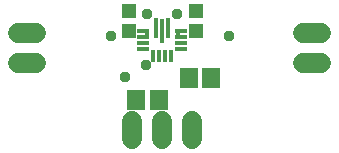
<source format=gbr>
G04 EAGLE Gerber X2 export*
%TF.Part,Single*%
%TF.FileFunction,Soldermask,Top,1*%
%TF.FilePolarity,Negative*%
%TF.GenerationSoftware,Autodesk,EAGLE,9.0.0*%
%TF.CreationDate,2018-04-26T19:48:34Z*%
G75*
%MOMM*%
%FSLAX34Y34*%
%LPD*%
%AMOC8*
5,1,8,0,0,1.08239X$1,22.5*%
G01*
%ADD10R,0.453200X1.003200*%
%ADD11R,1.003200X0.453200*%
%ADD12R,0.453200X2.103200*%
%ADD13R,0.453200X1.753200*%
%ADD14R,0.453200X0.803200*%
%ADD15R,1.203200X1.303200*%
%ADD16R,1.503200X1.703200*%
%ADD17C,1.727200*%
%ADD18C,0.959600*%


D10*
X243800Y215100D03*
X248800Y215100D03*
X233800Y215100D03*
X238800Y215100D03*
D11*
X225300Y221100D03*
X225300Y226100D03*
X225300Y231100D03*
X225300Y236100D03*
X257300Y221100D03*
X257300Y226100D03*
X257300Y231100D03*
X257300Y236100D03*
D12*
X241300Y236750D03*
D13*
X236300Y238500D03*
D14*
X228050Y233600D03*
D13*
X246300Y238500D03*
D14*
X254550Y233650D03*
D15*
X212725Y252975D03*
X212725Y235975D03*
X269875Y252975D03*
X269875Y235975D03*
D16*
X282550Y196850D03*
X263550Y196850D03*
D17*
X134620Y209550D02*
X119380Y209550D01*
X119380Y234950D02*
X134620Y234950D01*
X360680Y209550D02*
X375920Y209550D01*
X375920Y234950D02*
X360680Y234950D01*
X215900Y160020D02*
X215900Y144780D01*
X241300Y144780D02*
X241300Y160020D01*
X266700Y160020D02*
X266700Y144780D01*
D16*
X219100Y177800D03*
X238100Y177800D03*
D18*
X197500Y231750D03*
X297500Y231750D03*
X227500Y207500D03*
X228600Y250825D03*
X254000Y250825D03*
X210000Y197500D03*
M02*

</source>
